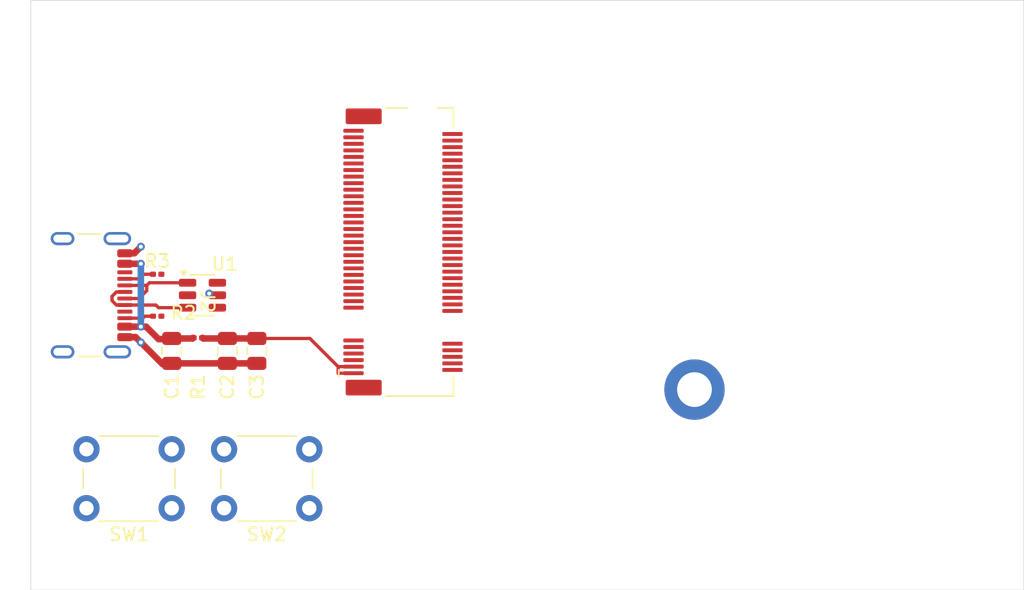
<source format=kicad_pcb>
(kicad_pcb (version 20241229) (generator "pcbnew") (generator_version "9.0")
  (layers (0 "F.Cu" signal) (2 "B.Cu" signal) (13 "F.Paste" user) (15 "B.Paste" user) (5 "F.SilkS" user "F.Silkscreen") (7 "B.SilkS" user "B.Silkscreen") (1 "F.Mask" user) (3 "B.Mask" user) (25 "Edge.Cuts" user))
  (net 0 "")
  (net 1 "+VBUS")
  (net 2 "GND")
  (net 3 "+VUSB")
  (net 7 "+3V3")
  (net 8 "Net-(J1-IO0)")
  (net 16 "/CarrierBoard_BlockModel/USB_D+")
  (net 23 "Net-(J1-RESET)")
  (net 33 "+BATT")
  (net 43 "/CarrierBoard_BlockModel/USB_D-")
  (net 55 "/CarrierBoard_BlockModel/USBCD-")
  (net 57 "/CarrierBoard_BlockModel/USBCD+")
  (net 58 "Net-(J2-CC2)")
  (net 59 "Net-(J2-CC1)")
  (footprint "Capacitor_SMD:C_0805_2012Metric" (layer "F.Cu") (at 102.980385 71.980385 -90)
    (property "Reference" "C1" (at 2.75 0 270) (layer "F.SilkS"))
    (property "Value" "470n")
    (fp_line (start -0.261252 0.735) (end 0.261252 0.735) (stroke (width 0.12)) (layer "F.SilkS"))
    (fp_line (start -0.261252 -0.735) (end 0.261252 -0.735) (stroke (width 0.12)) (layer "F.SilkS"))
    (pad "1" smd roundrect (at -0.95 0 270) (size 1 1.45) (layers "F.Cu" "F.Mask" "F.Paste") (net 1 "+VBUS"))
    (pad "2" smd roundrect (at 0.95 0 270) (size 1 1.45) (layers "F.Cu" "F.Mask" "F.Paste") (net 2 "GND"))
  )
  (footprint "Capacitor_SMD:C_0805_2012Metric" (layer "F.Cu") (at 109.480385 71.980385 -90)
    (property "Reference" "C3" (at 2.75 0 270) (layer "F.SilkS"))
    (property "Value" "10u")
    (fp_line (start -0.261252 0.735) (end 0.261252 0.735) (stroke (width 0.12)) (layer "F.SilkS"))
    (fp_line (start -0.261252 -0.735) (end 0.261252 -0.735) (stroke (width 0.12)) (layer "F.SilkS"))
    (pad "1" smd roundrect (at -0.95 0 270) (size 1 1.45) (layers "F.Cu" "F.Mask" "F.Paste") (net 3 "+VUSB"))
    (pad "2" smd roundrect (at 0.95 0 270) (size 1 1.45) (layers "F.Cu" "F.Mask" "F.Paste") (net 2 "GND"))
  )
  (footprint "Resistor_SMD:R_0201_0603Metric" (layer "F.Cu") (at 101.875385 69.330385)
    (property "Reference" "R2" (at 2 -0.25 0) (layer "F.SilkS"))
    (property "Value" "5k1")
    (pad "1" smd roundrect (at -0.32 0) (size 0.46 0.4) (layers "F.Cu" "F.Mask") (net 58 "Net-(J2-CC2)"))
    (pad "2" smd roundrect (at 0.32 0) (size 0.46 0.4) (layers "F.Cu" "F.Mask") (net 2 "GND"))
  )
  (footprint "Button_Switch_THT:SW_PUSH_6mm" (layer "F.Cu") (at 102.980385 83.980385 180)
    (property "Reference" "SW1" (at 3.25 -2 0) (layer "F.SilkS"))
    (property "Value" "BOOT")
    (fp_line (start 6.75 3) (end 6.75 1.5) (stroke (width 0.12)) (layer "F.SilkS"))
    (fp_line (start 5.5 -1) (end 1 -1) (stroke (width 0.12)) (layer "F.SilkS"))
    (fp_line (start 1 5.5) (end 5.5 5.5) (stroke (width 0.12)) (layer "F.SilkS"))
    (fp_line (start -0.25 1.5) (end -0.25 3) (stroke (width 0.12)) (layer "F.SilkS"))
    (pad "1" thru_hole circle (at 0 0 270) (size 2 2) (drill 1.1) (layers "*.Cu" "*.Mask") (net 2 "GND"))
    (pad "1" thru_hole circle (at 6.5 0 270) (size 2 2) (drill 1.1) (layers "*.Cu" "*.Mask") (net 2 "GND"))
    (pad "2" thru_hole circle (at 0 4.5 270) (size 2 2) (drill 1.1) (layers "*.Cu" "*.Mask") (net 8 "Net-(J1-IO0)"))
    (pad "2" thru_hole circle (at 6.5 4.5 270) (size 2 2) (drill 1.1) (layers "*.Cu" "*.Mask") (net 8 "Net-(J1-IO0)"))
  )
  (footprint "Button_Switch_THT:SW_PUSH_6mm" (layer "F.Cu") (at 113.480385 83.980385 180)
    (property "Reference" "SW2" (at 3.25 -2 0) (layer "F.SilkS"))
    (property "Value" "RESET")
    (fp_line (start 6.75 3) (end 6.75 1.5) (stroke (width 0.12)) (layer "F.SilkS"))
    (fp_line (start 5.5 -1) (end 1 -1) (stroke (width 0.12)) (layer "F.SilkS"))
    (fp_line (start 1 5.5) (end 5.5 5.5) (stroke (width 0.12)) (layer "F.SilkS"))
    (fp_line (start -0.25 1.5) (end -0.25 3) (stroke (width 0.12)) (layer "F.SilkS"))
    (pad "1" thru_hole circle (at 0 0 270) (size 2 2) (drill 1.1) (layers "*.Cu" "*.Mask") (net 2 "GND"))
    (pad "1" thru_hole circle (at 6.5 0 270) (size 2 2) (drill 1.1) (layers "*.Cu" "*.Mask") (net 2 "GND"))
    (pad "2" thru_hole circle (at 0 4.5 270) (size 2 2) (drill 1.1) (layers "*.Cu" "*.Mask") (net 23 "Net-(J1-RESET)"))
    (pad "2" thru_hole circle (at 6.5 4.5 270) (size 2 2) (drill 1.1) (layers "*.Cu" "*.Mask") (net 23 "Net-(J1-RESET)"))
  )
  (footprint "Package_TO_SOT_SMD:SOT-23-6" (layer "F.Cu") (at 105.330385 67.730385)
    (property "Reference" "U1" (at 1.7 -2.4 0) (layer "F.SilkS"))
    (property "Value" "USBLC6-2SC6")
    (fp_line (start -0.91 -1.56) (end 0.91 -1.56) (stroke (width 0.12)) (layer "F.SilkS"))
    (fp_line (start -0.91 -1.51) (end -0.91 -1.56) (stroke (width 0.12)) (layer "F.SilkS"))
    (fp_line (start -0.91 1.56) (end -0.91 1.51) (stroke (width 0.12)) (layer "F.SilkS"))
    (fp_line (start 0.91 -1.56) (end 0.91 -1.51) (stroke (width 0.12)) (layer "F.SilkS"))
    (fp_line (start 0.91 1.51) (end 0.91 1.56) (stroke (width 0.12)) (layer "F.SilkS"))
    (fp_line (start 0.91 1.56) (end -0.91 1.56) (stroke (width 0.12)) (layer "F.SilkS"))
    (fp_poly (pts (xy -1.45 -1.51) (xy -1.69 -1.84) (xy -1.21 -1.84)) (stroke (width 0.12)) (fill yes) (layer "F.SilkS"))
    (pad "1" smd roundrect (at -1.1375 -0.95) (size 1.325 0.6) (layers "F.Cu" "F.Mask" "F.Paste") (net 55 "/CarrierBoard_BlockModel/USBCD-"))
    (pad "2" smd roundrect (at -1.1375 0) (size 1.325 0.6) (layers "F.Cu" "F.Mask" "F.Paste") (net 2 "GND"))
    (pad "3" smd roundrect (at -1.1375 0.95) (size 1.325 0.6) (layers "F.Cu" "F.Mask" "F.Paste") (net 57 "/CarrierBoard_BlockModel/USBCD+"))
    (pad "4" smd roundrect (at 1.1375 0.95) (size 1.325 0.6) (layers "F.Cu" "F.Mask" "F.Paste") (net 16 "/CarrierBoard_BlockModel/USB_D+"))
    (pad "5" smd roundrect (at 1.1375 0) (size 1.325 0.6) (layers "F.Cu" "F.Mask" "F.Paste") (net 1 "+VBUS"))
    (pad "6" smd roundrect (at 1.1375 -0.95) (size 1.325 0.6) (layers "F.Cu" "F.Mask" "F.Paste") (net 43 "/CarrierBoard_BlockModel/USB_D-"))
  )
  (footprint "Resistor_SMD:R_0201_0603Metric" (layer "F.Cu") (at 101.875385 66.130385)
    (property "Reference" "R3" (at 0 -1 0) (layer "F.SilkS"))
    (property "Value" "5k1")
    (pad "1" smd roundrect (at -0.32 0) (size 0.46 0.4) (layers "F.Cu" "F.Mask") (net 59 "Net-(J2-CC1)"))
    (pad "2" smd roundrect (at 0.32 0) (size 0.46 0.4) (layers "F.Cu" "F.Mask") (net 2 "GND"))
  )
  (footprint "EdgeS3D:EdgeS3D" (layer "F.Cu") (at 122.130385 64.430385 90)
    (property "Reference" "J1" (hide yes))
    (property "Value" "EDGES3D" (hide yes))
    (fp_line (start -9 -6.4) (end -9.5 -6.4) (stroke (width 0.127)) (layer "F.SilkS"))
    (fp_line (start 11 -2.805) (end 11 -1.145) (stroke (width 0.127)) (layer "F.SilkS"))
    (fp_line (start 11.000001 2.35) (end 11 1.145) (stroke (width 0.127)) (layer "F.SilkS"))
    (fp_line (start 11.000001 2.35) (end 9.47 2.35) (stroke (width 0.127)) (layer "F.SilkS"))
    (fp_line (start -9.47 2.35) (end -11.000001 2.35) (stroke (width 0.127)) (layer "F.SilkS"))
    (fp_line (start -11.000001 2.35) (end -11 -2.805) (stroke (width 0.127)) (layer "F.SilkS"))
    (pad "" thru_hole circle (at -10.500003 20.739999 90) (size 4.6 4.6) (drill 2.65) (layers "*.Cu" "F.Mask"))
    (pad "" smd roundrect (at -10.35 -4.5 90) (size 1.2 2.75) (layers "F.Cu" "F.Mask" "F.Paste") (roundrect_rratio 0.125))
    (pad "" np_thru_hole circle (at -10 0 90) (size 1.1 1.1) (drill 1.1) (layers "*.Cu" "*.Mask"))
    (pad "" np_thru_hole circle (at 10 0 90) (size 1.55 1.55) (drill 1.55) (layers "*.Cu" "*.Mask"))
    (pad "" smd roundrect (at 10.35 -4.5 90) (size 1.2 2.75) (layers "F.Cu" "F.Mask" "F.Paste") (roundrect_rratio 0.125))
    (pad "1" smd roundrect (at -9.25 -5.275 90) (size 0.3 1.55) (layers "F.Cu" "F.Mask" "F.Paste") (net 3 "+VUSB"))
    (pad "2" smd roundrect (at -9 2.275 90) (size 0.3 1.55) (layers "F.Cu" "F.Mask" "F.Paste") (net 2 "GND"))
    (pad "3" smd roundrect (at -8.75 -5.275 90) (size 0.3 1.55) (layers "F.Cu" "F.Mask" "F.Paste") (net 3 "+VUSB"))
    (pad "4" smd roundrect (at -8.500001 2.275 90) (size 0.3 1.55) (layers "F.Cu" "F.Mask" "F.Paste") (net 2 "GND"))
    (pad "5" smd roundrect (at -8.25 -5.275 90) (size 0.3 1.55) (layers "F.Cu" "F.Mask" "F.Paste") (net 33 "+BATT"))
    (pad "6" smd roundrect (at -8 2.275 90) (size 0.3 1.55) (layers "F.Cu" "F.Mask" "F.Paste") (net 2 "GND"))
    (pad "7" smd roundrect (at -7.75 -5.275 90) (size 0.3 1.55) (layers "F.Cu" "F.Mask" "F.Paste") (net 33 "+BATT"))
    (pad "8" smd roundrect (at -7.5 2.275 90) (size 0.3 1.55) (layers "F.Cu" "F.Mask" "F.Paste") (net 2 "GND"))
    (pad "9" smd roundrect (at -7.25 -5.275 90) (size 0.3 1.55) (layers "F.Cu" "F.Mask" "F.Paste") (net 7 "+3V3"))
    (pad "10" smd roundrect (at -7 2.274999 90) (size 0.3 1.55) (layers "F.Cu" "F.Mask" "F.Paste") (net 2 "GND"))
    (pad "11" smd roundrect (at -6.75 -5.275 90) (size 0.3 1.55) (layers "F.Cu" "F.Mask" "F.Paste") (net 7 "+3V3"))
    (pad "20" smd roundrect (at -4.5 2.274999 90) (size 0.3 1.55) (layers "F.Cu" "F.Mask" "F.Paste"))
    (pad "21" smd roundrect (at -4.25 -5.275 90) (size 0.3 1.55) (layers "F.Cu" "F.Mask" "F.Paste"))
    (pad "22" smd roundrect (at -4 2.275 90) (size 0.3 1.55) (layers "F.Cu" "F.Mask" "F.Paste") (net 8 "Net-(J1-IO0)"))
    (pad "23" smd roundrect (at -3.75 -5.275 90) (size 0.3 1.55) (layers "F.Cu" "F.Mask" "F.Paste") (net 23 "Net-(J1-RESET)"))
    (pad "24" smd roundrect (at -3.5 2.275 90) (size 0.3 1.55) (layers "F.Cu" "F.Mask" "F.Paste"))
    (pad "25" smd roundrect (at -3.25 -5.275 90) (size 0.3 1.55) (layers "F.Cu" "F.Mask" "F.Paste"))
    (pad "26" smd roundrect (at -3 2.275 90) (size 0.3 1.55) (layers "F.Cu" "F.Mask" "F.Paste"))
    (pad "27" smd roundrect (at -2.75 -5.275 90) (size 0.3 1.55) (layers "F.Cu" "F.Mask" "F.Paste"))
    (pad "28" smd roundrect (at -2.5 2.275 90) (size 0.3 1.55) (layers "F.Cu" "F.Mask" "F.Paste"))
    (pad "29" smd roundrect (at -2.25 -5.275 90) (size 0.3 1.55) (layers "F.Cu" "F.Mask" "F.Paste"))
    (pad "30" smd roundrect (at -2 2.274999 90) (size 0.3 1.55) (layers "F.Cu" "F.Mask" "F.Paste"))
    (pad "31" smd roundrect (at -1.75 -5.275 90) (size 0.3 1.55) (layers "F.Cu" "F.Mask" "F.Paste"))
    (pad "32" smd roundrect (at -1.5 2.275 90) (size 0.3 1.55) (layers "F.Cu" "F.Mask" "F.Paste"))
    (pad "33" smd roundrect (at -1.25 -5.275 90) (size 0.3 1.55) (layers "F.Cu" "F.Mask" "F.Paste"))
    (pad "34" smd roundrect (at -1 2.275 90) (size 0.3 1.55) (layers "F.Cu" "F.Mask" "F.Paste"))
    (pad "35" smd roundrect (at -0.75 -5.275 90) (size 0.3 1.55) (layers "F.Cu" "F.Mask" "F.Paste"))
    (pad "36" smd roundrect (at -0.499999 2.275 90) (size 0.3 1.55) (layers "F.Cu" "F.Mask" "F.Paste"))
    (pad "37" smd roundrect (at -0.25 -5.275 90) (size 0.3 1.55) (layers "F.Cu" "F.Mask" "F.Paste"))
    (pad "38" smd roundrect (at 0 2.275 90) (size 0.3 1.55) (layers "F.Cu" "F.Mask" "F.Paste"))
    (pad "39" smd roundrect (at 0.25 -5.275 90) (size 0.3 1.55) (layers "F.Cu" "F.Mask" "F.Paste"))
    (pad "40" smd roundrect (at 0.499999 2.275 90) (size 0.3 1.55) (layers "F.Cu" "F.Mask" "F.Paste"))
    (pad "41" smd roundrect (at 0.75 -5.275 90) (size 0.3 1.55) (layers "F.Cu" "F.Mask" "F.Paste"))
    (pad "42" smd roundrect (at 1 2.275 90) (size 0.3 1.55) (layers "F.Cu" "F.Mask" "F.Paste"))
    (pad "43" smd roundrect (at 1.25 -5.275 90) (size 0.3 1.55) (layers "F.Cu" "F.Mask" "F.Paste"))
    (pad "44" smd roundrect (at 1.5 2.275 90) (size 0.3 1.55) (layers "F.Cu" "F.Mask" "F.Paste") (net 2 "GND"))
    (pad "45" smd roundrect (at 1.75 -5.275 90) (size 0.3 1.55) (layers "F.Cu" "F.Mask" "F.Paste"))
    (pad "46" smd roundrect (at 2 2.274999 90) (size 0.3 1.55) (layers "F.Cu" "F.Mask" "F.Paste") (net 43 "/CarrierBoard_BlockModel/USB_D-"))
    (pad "47" smd roundrect (at 2.25 -5.275 90) (size 0.3 1.55) (layers "F.Cu" "F.Mask" "F.Paste"))
    (pad "48" smd roundrect (at 2.5 2.275 90) (size 0.3 1.55) (layers "F.Cu" "F.Mask" "F.Paste") (net 16 "/CarrierBoard_BlockModel/USB_D+"))
    (pad "49" smd roundrect (at 2.75 -5.275 90) (size 0.3 1.55) (layers "F.Cu" "F.Mask" "F.Paste"))
    (pad "50" smd roundrect (at 3 2.275 90) (size 0.3 1.55) (layers "F.Cu" "F.Mask" "F.Paste") (net 2 "GND"))
    (pad "51" smd roundrect (at 3.25 -5.275 90) (size 0.3 1.55) (layers "F.Cu" "F.Mask" "F.Paste"))
    (pad "52" smd roundrect (at 3.5 2.275 90) (size 0.3 1.55) (layers "F.Cu" "F.Mask" "F.Paste") (net 2 "GND"))
    (pad "53" smd roundrect (at 3.75 -5.275 90) (size 0.3 1.55) (layers "F.Cu" "F.Mask" "F.Paste"))
    (pad "54" smd roundrect (at 4 2.275 90) (size 0.3 1.55) (layers "F.Cu" "F.Mask" "F.Paste") (net 2 "GND"))
    (pad "55" smd roundrect (at 4.25 -5.275 90) (size 0.3 1.55) (layers "F.Cu" "F.Mask" "F.Paste") (net 2 "GND"))
    (pad "56" smd roundrect (at 4.5 2.274999 90) (size 0.3 1.55) (layers "F.Cu" "F.Mask" "F.Paste") (net 2 "GND"))
    (pad "57" smd roundrect (at 4.75 -5.275 90) (size 0.3 1.55) (layers "F.Cu" "F.Mask" "F.Paste") (net 2 "GND"))
    (pad "58" smd roundrect (at 5 2.275 90) (size 0.3 1.55) (layers "F.Cu" "F.Mask" "F.Paste"))
    (pad "59" smd roundrect (at 5.25 -5.275 90) (size 0.3 1.55) (layers "F.Cu" "F.Mask" "F.Paste") (net 2 "GND"))
    (pad "60" smd roundrect (at 5.5 2.275 90) (size 0.3 1.55) (layers "F.Cu" "F.Mask" "F.Paste"))
    (pad "61" smd roundrect (at 5.75 -5.275 90) (size 0.3 1.55) (layers "F.Cu" "F.Mask" "F.Paste"))
    (pad "62" smd roundrect (at 6 2.275 90) (size 0.3 1.55) (layers "F.Cu" "F.Mask" "F.Paste"))
    (pad "63" smd roundrect (at 6.25 -5.275 90) (size 0.3 1.55) (layers "F.Cu" "F.Mask" "F.Paste"))
    (pad "64" smd roundrect (at 6.5 2.275 90) (size 0.3 1.55) (layers "F.Cu" "F.Mask" "F.Paste"))
    (pad "65" smd roundrect (at 6.75 -5.275 90) (size 0.3 1.55) (layers "F.Cu" "F.Mask" "F.Paste"))
    (pad "66" smd roundrect (at 7 2.274999 90) (size 0.3 1.55) (layers "F.Cu" "F.Mask" "F.Paste"))
    (pad "67" smd roundrect (at 7.25 -5.275 90) (size 0.3 1.55) (layers "F.Cu" "F.Mask" "F.Paste"))
    (pad "68" smd roundrect (at 7.5 2.275 90) (size 0.3 1.55) (layers "F.Cu" "F.Mask" "F.Paste"))
    (pad "69" smd roundrect (at 7.75 -5.275 90) (size 0.3 1.55) (layers "F.Cu" "F.Mask" "F.Paste"))
    (pad "70" smd roundrect (at 8 2.275 90) (size 0.3 1.55) (layers "F.Cu" "F.Mask" "F.Paste"))
    (pad "71" smd roundrect (at 8.25 -5.275 90) (size 0.3 1.55) (layers "F.Cu" "F.Mask" "F.Paste"))
    (pad "72" smd roundrect (at 8.500001 2.275 90) (size 0.3 1.55) (layers "F.Cu" "F.Mask" "F.Paste"))
    (pad "73" smd roundrect (at 8.75 -5.275 90) (size 0.3 1.55) (layers "F.Cu" "F.Mask" "F.Paste"))
    (pad "74" smd roundrect (at 9 2.275 90) (size 0.3 1.55) (layers "F.Cu" "F.Mask" "F.Paste"))
    (pad "75" smd roundrect (at 9.25 -5.275 90) (size 0.3 1.55) (layers "F.Cu" "F.Mask" "F.Paste"))
  )
  (footprint "Capacitor_SMD:C_0805_2012Metric" (layer "F.Cu") (at 107.230385 71.980385 -90)
    (property "Reference" "C2" (at 2.75 0 270) (layer "F.SilkS"))
    (property "Value" "470n")
    (fp_line (start -0.261252 0.735) (end 0.261252 0.735) (stroke (width 0.12)) (layer "F.SilkS"))
    (fp_line (start -0.261252 -0.735) (end 0.261252 -0.735) (stroke (width 0.12)) (layer "F.SilkS"))
    (pad "1" smd roundrect (at -0.95 0 270) (size 1 1.45) (layers "F.Cu" "F.Mask" "F.Paste") (net 3 "+VUSB"))
    (pad "2" smd roundrect (at 0.95 0 270) (size 1 1.45) (layers "F.Cu" "F.Mask" "F.Paste") (net 2 "GND"))
  )
  (footprint "Connector_USB:USB_C_Receptacle_GCT_USB4105-xx-A_16P_TopMnt_Horizontal" (layer "F.Cu") (at 95.730385 67.730385 -90)
    (property "Reference" "J2" (at 0.480385 -9.980385 270) (layer "F.SilkS"))
    (property "Value" "USB_C_Receptacle_USB2.0_16P")
    (fp_line (start -4.67 -0.1) (end -4.67 -1.8) (stroke (width 0.12)) (layer "F.SilkS"))
    (fp_line (start 4.67 -0.1) (end 4.67 -1.8) (stroke (width 0.12)) (layer "F.SilkS"))
    (pad "" np_thru_hole circle (at -2.89 -2.605 270) (size 0.65 0.65) (drill 0.65) (layers "*.Cu" "*.Mask"))
    (pad "" np_thru_hole circle (at 2.89 -2.605 270) (size 0.65 0.65) (drill 0.65) (layers "*.Cu" "*.Mask"))
    (pad "A1" smd roundrect (at -3.2 -3.68 270) (size 0.6 1.15) (layers "F.Cu" "F.Mask" "F.Paste") (net 2 "GND"))
    (pad "A4" smd roundrect (at -2.4 -3.68 270) (size 0.6 1.15) (layers "F.Cu" "F.Mask" "F.Paste") (net 1 "+VBUS"))
    (pad "A5" smd roundrect (at -1.25 -3.68 270) (size 0.3 1.15) (layers "F.Cu" "F.Mask" "F.Paste") (net 59 "Net-(J2-CC1)"))
    (pad "A6" smd roundrect (at -0.25 -3.68 270) (size 0.3 1.15) (layers "F.Cu" "F.Mask" "F.Paste") (net 57 "/CarrierBoard_BlockModel/USBCD+"))
    (pad "A7" smd roundrect (at 0.25 -3.68 270) (size 0.3 1.15) (layers "F.Cu" "F.Mask" "F.Paste") (net 55 "/CarrierBoard_BlockModel/USBCD-"))
    (pad "A8" smd roundrect (at 1.25 -3.68 270) (size 0.3 1.15) (layers "F.Cu" "F.Mask" "F.Paste"))
    (pad "A9" smd roundrect (at 2.4 -3.68 270) (size 0.6 1.15) (layers "F.Cu" "F.Mask" "F.Paste") (net 1 "+VBUS"))
    (pad "A12" smd roundrect (at 3.2 -3.68 270) (size 0.6 1.15) (layers "F.Cu" "F.Mask" "F.Paste") (net 2 "GND"))
    (pad "B1" smd roundrect (at 3.2 -3.68 270) (size 0.6 1.15) (layers "F.Cu" "F.Mask" "F.Paste") (net 2 "GND"))
    (pad "B4" smd roundrect (at 2.4 -3.68 270) (size 0.6 1.15) (layers "F.Cu" "F.Mask" "F.Paste") (net 1 "+VBUS"))
    (pad "B5" smd roundrect (at 1.75 -3.68 270) (size 0.3 1.15) (layers "F.Cu" "F.Mask" "F.Paste") (net 58 "Net-(J2-CC2)"))
    (pad "B6" smd roundrect (at 0.75 -3.68 270) (size 0.3 1.15) (layers "F.Cu" "F.Mask" "F.Paste") (net 57 "/CarrierBoard_BlockModel/USBCD+"))
    (pad "B7" smd roundrect (at -0.75 -3.68 270) (size 0.3 1.15) (layers "F.Cu" "F.Mask" "F.Paste") (net 55 "/CarrierBoard_BlockModel/USBCD-"))
    (pad "B8" smd roundrect (at -1.75 -3.68 270) (size 0.3 1.15) (layers "F.Cu" "F.Mask" "F.Paste"))
    (pad "B9" smd roundrect (at -2.4 -3.68 270) (size 0.6 1.15) (layers "F.Cu" "F.Mask" "F.Paste") (net 1 "+VBUS"))
    (pad "B12" smd roundrect (at -3.2 -3.68 270) (size 0.6 1.15) (layers "F.Cu" "F.Mask" "F.Paste") (net 2 "GND"))
    (pad "S1" thru_hole oval (at -4.32 -3.105 270) (size 1 2.1) (drill oval 0.6 1.7) (property pad_prop_heatsink) (layers "*.Cu" "*.Mask" "F.Paste") (net 2 "GND"))
    (pad "S1" thru_hole oval (at -4.32 1.075 270) (size 1 1.8) (drill oval 0.6 1.4) (property pad_prop_heatsink) (layers "*.Cu" "*.Mask" "F.Paste") (net 2 "GND"))
    (pad "S1" thru_hole oval (at 4.32 -3.105 270) (size 1 2.1) (drill oval 0.6 1.7) (property pad_prop_heatsink) (layers "*.Cu" "*.Mask" "F.Paste") (net 2 "GND"))
    (pad "S1" thru_hole oval (at 4.32 1.075 270) (size 1 1.8) (drill oval 0.6 1.4) (property pad_prop_heatsink) (layers "*.Cu" "*.Mask" "F.Paste") (net 2 "GND"))
  )
  (footprint "Resistor_SMD:R_0201_0603Metric" (layer "F.Cu") (at 104.980385 70.980385)
    (property "Reference" "R1" (at 0 3.75 90) (layer "F.SilkS"))
    (property "Value" "0R")
    (pad "1" smd roundrect (at -0.32 0) (size 0.46 0.4) (layers "F.Cu" "F.Mask") (net 1 "+VBUS"))
    (pad "2" smd roundrect (at 0.32 0) (size 0.46 0.4) (layers "F.Cu" "F.Mask") (net 3 "+VUSB"))
  )
  (gr_rect (start 92.230385 45.230385) (end 168 90.230385) (stroke (width 0.05)) (fill no) (layer "Edge.Cuts"))
  (segment (start 99.410385 65.330385) (end 100.630385 65.330385) (width 0.5) (layer "F.Cu") (net 1))
  (segment (start 104.569385 71.030385) (end 104.619385 70.980385) (width 0.5) (layer "F.Cu") (net 1))
  (segment (start 100.630385 70.130385) (end 101.030385 70.130385) (width 0.5) (layer "F.Cu") (net 1))
  (segment (start 101.980385 71.080385) (end 102.830385 71.080385) (width 0.5) (layer "F.Cu") (net 1))
  (segment (start 99.410385 70.130385) (end 100.630385 70.130385) (width 0.5) (layer "F.Cu") (net 1))
  (segment (start 102.980385 71.030385) (end 104.569385 71.030385) (width 0.5) (layer "F.Cu") (net 1))
  (segment (start 101.030385 70.130385) (end 101.980385 71.080385) (width 0.5) (layer "F.Cu") (net 1))
  (via (at 100.630385 65.330385) (size 0.6) (drill 0.3) (layers "F.Cu" "B.Cu") (net 1))
  (via (at 100.630385 70.130385) (size 0.6) (drill 0.3) (layers "F.Cu" "B.Cu") (net 1))
  (via (at 105.842758 67.605386) (size 0.6) (drill 0.3) (layers "F.Cu" "B.Cu") (net 1))
  (segment (start 100.630385 65.330385) (end 100.630385 69.930385) (width 0.5) (layer "B.Cu") (net 1))
  (segment (start 99.410385 70.930385) (end 100.230385 70.930385) (width 0.5) (layer "F.Cu") (net 2))
  (segment (start 100.130385 64.530385) (end 100.330385 64.330385) (width 0.5) (layer "F.Cu") (net 2))
  (segment (start 100.630385 71.330385) (end 102.280385 72.980385) (width 0.5) (layer "F.Cu") (net 2))
  (segment (start 100.230385 70.930385) (end 100.630385 71.330385) (width 0.5) (layer "F.Cu") (net 2))
  (segment (start 102.980385 72.930385) (end 109.480385 72.930385) (width 0.5) (layer "F.Cu") (net 2))
  (segment (start 100.330385 64.330385) (end 100.530385 64.130385) (width 0.5) (layer "F.Cu") (net 2))
  (segment (start 100.530385 64.130385) (end 100.630385 64.030385) (width 0.5) (layer "F.Cu") (net 2))
  (segment (start 99.410385 64.530385) (end 100.130385 64.530385) (width 0.5) (layer "F.Cu") (net 2))
  (segment (start 102.280385 72.980385) (end 102.830385 72.980385) (width 0.5) (layer "F.Cu") (net 2))
  (via (at 100.630385 71.330385) (size 0.6) (drill 0.3) (layers "F.Cu" "B.Cu") (net 2))
  (via (at 100.630385 64.030385) (size 0.6) (drill 0.3) (layers "F.Cu" "B.Cu") (net 2))
  (segment (start 105.391385 71.030385) (end 105.341385 70.980385) (width 0.5) (layer "F.Cu") (net 3))
  (segment (start 115.730385 73.730385) (end 115.680385 73.680385) (width 0.25) (layer "F.Cu") (net 3))
  (segment (start 115.680385 73.680385) (end 115.680385 73.180385) (width 0.25) (layer "F.Cu") (net 3))
  (segment (start 113.530385 71.030385) (end 109.480385 71.030385) (width 0.25) (layer "F.Cu") (net 3))
  (segment (start 115.680385 73.180385) (end 113.530385 71.030385) (width 0.25) (layer "F.Cu") (net 3))
  (segment (start 107.230385 71.030385) (end 105.391385 71.030385) (width 0.5) (layer "F.Cu") (net 3))
  (segment (start 116.855385 73.180385) (end 115.680385 73.180385) (width 0.25) (layer "F.Cu") (net 3))
  (segment (start 115.780385 73.680385) (end 115.730385 73.730385) (width 0.25) (layer "F.Cu") (net 3))
  (segment (start 107.230385 71.030385) (end 109.480385 71.030385) (width 0.5) (layer "F.Cu") (net 3))
  (segment (start 116.855385 73.680385) (end 115.780385 73.680385) (width 0.25) (layer "F.Cu") (net 3))
  (segment (start 101.080385 66.980385) (end 101.280385 66.780385) (width 0.25) (layer "F.Cu") (net 55))
  (segment (start 101.080385 67.380385) (end 101.080385 66.980385) (width 0.25) (layer "F.Cu") (net 55))
  (segment (start 101.280385 66.780385) (end 104.192885 66.780385) (width 0.25) (layer "F.Cu") (net 55))
  (segment (start 99.410385 66.980385) (end 101.080385 66.980385) (width 0.25) (layer "F.Cu") (net 55))
  (segment (start 99.410385 67.980385) (end 100.480385 67.980385) (width 0.25) (layer "F.Cu") (net 55))
  (segment (start 100.480385 67.980385) (end 101.080385 67.380385) (width 0.25) (layer "F.Cu") (net 55))
  (segment (start 99.410385 68.480385) (end 101.780385 68.480385) (width 0.25) (layer "F.Cu") (net 57))
  (segment (start 98.430385 67.816207) (end 98.430385 68.144563) (width 0.25) (layer "F.Cu") (net 57))
  (segment (start 101.780385 68.480385) (end 101.980385 68.680385) (width 0.25) (layer "F.Cu") (net 57))
  (segment (start 98.766207 68.480385) (end 99.410385 68.480385) (width 0.25) (layer "F.Cu") (net 57))
  (segment (start 99.410385 67.480385) (end 98.766207 67.480385) (width 0.25) (layer "F.Cu") (net 57))
  (segment (start 98.766207 67.480385) (end 98.430385 67.816207) (width 0.25) (layer "F.Cu") (net 57))
  (segment (start 98.430385 68.144563) (end 98.766207 68.480385) (width 0.25) (layer "F.Cu") (net 57))
  (segment (start 101.980385 68.680385) (end 104.192885 68.680385) (width 0.25) (layer "F.Cu") (net 57))
  (segment (start 99.410385 69.480385) (end 100.780385 69.480385) (width 0.25) (layer "F.Cu") (net 58))
  (segment (start 100.780385 69.480385) (end 100.930385 69.330385) (width 0.25) (layer "F.Cu") (net 58))
  (segment (start 100.930385 69.330385) (end 101.555385 69.330385) (width 0.25) (layer "F.Cu") (net 58))
  (segment (start 100.830385 66.130385) (end 101.555385 66.130385) (width 0.25) (layer "F.Cu") (net 59))
  (segment (start 100.480385 66.480385) (end 100.830385 66.130385) (width 0.25) (layer "F.Cu") (net 59))
  (segment (start 99.410385 66.480385) (end 100.480385 66.480385) (width 0.25) (layer "F.Cu") (net 59))
)
</source>
